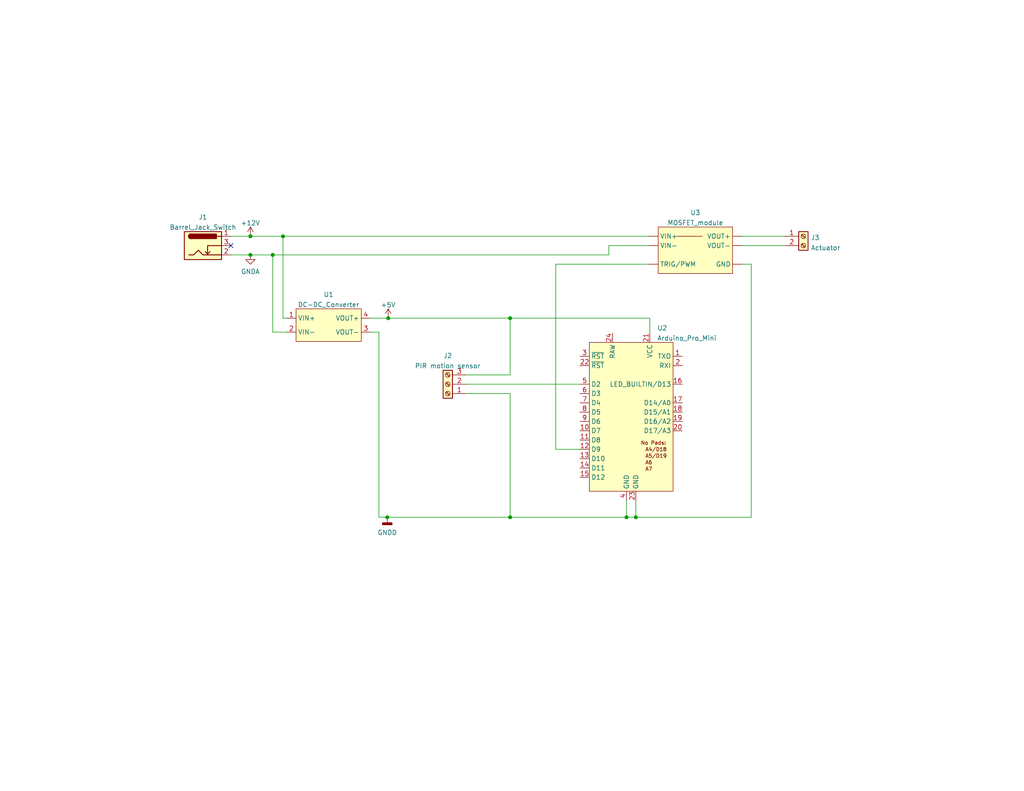
<source format=kicad_sch>
(kicad_sch (version 20211123) (generator eeschema)
  (paper "USLetter")
  (title_block (title "Coffin Knocker Controller") (company "Hayward Haunter") (comment 1 "As implemented for Dragon Vane Cove in October 2023"))
  (lib_symbols
    (symbol "Connector:Barrel_Jack_Switch" (pin_names hide)
      (property "Reference" "J" (at 0 5.334 0))
      (property "Value" "Barrel_Jack_Switch" (at 0 -5.08 0))
      (symbol "Barrel_Jack_Switch_0_1"
        (rectangle (start -5.08 3.81) (end 5.08 -3.81) (stroke (width 0.254)) (fill (type background)))
        (arc (start -3.302 3.175) (mid -3.937 2.54) (end -3.302 1.905) (stroke (width 0.254)))
        (arc (start -3.302 3.175) (mid -3.937 2.54) (end -3.302 1.905) (stroke (width 0.254)) (fill (type outline)))
        (polyline (pts (xy 1.27 -2.286) (xy 1.905 -1.651)) (stroke (width 0.254)))
        (polyline (pts (xy 5.08 2.54) (xy 3.81 2.54)) (stroke (width 0.254)))
        (polyline (pts (xy 5.08 0) (xy 1.27 0) (xy 1.27 -2.286) (xy 0.635 -1.651)) (stroke (width 0.254)))
        (polyline (pts (xy -3.81 -2.54) (xy -2.54 -2.54) (xy -1.27 -1.27) (xy 0 -2.54) (xy 2.54 -2.54) (xy 5.08 -2.54)) (stroke (width 0.254)))
        (rectangle (start 3.683 3.175) (end -3.302 1.905) (stroke (width 0.254)) (fill (type outline)))
      )
      (symbol "Barrel_Jack_Switch_1_1"
        (pin passive line (at 7.62 2.54 180) (length 2.54) (name "~") (number "1"))
        (pin passive line (at 7.62 -2.54 180) (length 2.54) (name "~") (number "2"))
        (pin passive line (at 7.62 0 180) (length 2.54) (name "~") (number "3"))
      )
    )
    (symbol "Connector:Screw_Terminal_01x02" (pin_names (offset 1.016) hide)
      (property "Reference" "J" (at 0 2.54 0))
      (property "Value" "Screw_Terminal_01x02" (at 0 -5.08 0))
      (symbol "Screw_Terminal_01x02_1_1"
        (rectangle (start -1.27 1.27) (end 1.27 -3.81) (stroke (width 0.254)) (fill (type background)))
        (circle (center 0 -2.54) (radius 0.635) (stroke (width 0.1524)))
        (polyline (pts (xy -0.5334 -2.2098) (xy 0.3302 -3.048)) (stroke (width 0.1524)))
        (polyline (pts (xy -0.5334 0.3302) (xy 0.3302 -0.508)) (stroke (width 0.1524)))
        (polyline (pts (xy -0.3556 -2.032) (xy 0.508 -2.8702)) (stroke (width 0.1524)))
        (polyline (pts (xy -0.3556 0.508) (xy 0.508 -0.3302)) (stroke (width 0.1524)))
        (circle (center 0 0) (radius 0.635) (stroke (width 0.1524)))
        (pin passive line (at -5.08 0 0) (length 3.81) (name "Pin_1") (number "1"))
        (pin passive line (at -5.08 -2.54 0) (length 3.81) (name "Pin_2") (number "2"))
      )
    )
    (symbol "Connector:Screw_Terminal_01x03" (pin_names (offset 1.016) hide)
      (property "Reference" "J" (at 0 5.08 0))
      (property "Value" "Screw_Terminal_01x03" (at 0 -5.08 0))
      (symbol "Screw_Terminal_01x03_1_1"
        (rectangle (start -1.27 3.81) (end 1.27 -3.81) (stroke (width 0.254)) (fill (type background)))
        (circle (center 0 -2.54) (radius 0.635) (stroke (width 0.1524)))
        (polyline (pts (xy -0.5334 -2.2098) (xy 0.3302 -3.048)) (stroke (width 0.1524)))
        (polyline (pts (xy -0.5334 0.3302) (xy 0.3302 -0.508)) (stroke (width 0.1524)))
        (polyline (pts (xy -0.5334 2.8702) (xy 0.3302 2.032)) (stroke (width 0.1524)))
        (polyline (pts (xy -0.3556 -2.032) (xy 0.508 -2.8702)) (stroke (width 0.1524)))
        (polyline (pts (xy -0.3556 0.508) (xy 0.508 -0.3302)) (stroke (width 0.1524)))
        (polyline (pts (xy -0.3556 3.048) (xy 0.508 2.2098)) (stroke (width 0.1524)))
        (circle (center 0 0) (radius 0.635) (stroke (width 0.1524)))
        (circle (center 0 2.54) (radius 0.635) (stroke (width 0.1524)))
        (pin passive line (at -5.08 2.54 0) (length 3.81) (name "Pin_1") (number "1"))
        (pin passive line (at -5.08 0 0) (length 3.81) (name "Pin_2") (number "2"))
        (pin passive line (at -5.08 -2.54 0) (length 3.81) (name "Pin_3") (number "3"))
      )
    )
    (symbol "aid_Modules:Arduino_Pro_Mini"
      (property "Reference" "U?" (at 2.54 -21.59 0))
      (property "Value" "Arduino_Pro_Mini" (at 2.54 -24.13 0))
      (symbol "Arduino_Pro_Mini_0_0"
        (text "A4/D18" (at 3.81 -8.89 0) (effects (font (size 1 1)) (justify left)))
        (text "A5/D19" (at 3.81 -10.668 0) (effects (font (size 1 1)) (justify left)))
        (text "A6" (at 3.81 -12.446 0) (effects (font (size 1 1)) (justify left)))
        (text "A7" (at 3.81 -14.224 0) (effects (font (size 1 1)) (justify left)))
        (text "No Pads:" (at 6.096 -7.112 0) (effects (font (size 1 1))))
        (pin bidirectional line (at -13.97 -3.81 0) (length 2.54) (name "D7") (number "10"))
        (pin bidirectional line (at -13.97 -6.35 0) (length 2.54) (name "D8") (number "11"))
        (pin bidirectional line (at -13.97 -8.89 0) (length 2.54) (name "D9") (number "12"))
        (pin bidirectional line (at -13.97 -11.43 0) (length 2.54) (name "D10") (number "13"))
        (pin bidirectional line (at -13.97 -13.97 0) (length 2.54) (name "D11") (number "14"))
        (pin bidirectional line (at -13.97 -16.51 0) (length 2.54) (name "D12") (number "15"))
        (pin bidirectional line (at 13.97 8.89 180) (length 2.54) (name "LED_BUILTIN/D13") (number "16"))
        (pin bidirectional line (at 13.97 3.81 180) (length 2.54) (name "D14/A0") (number "17"))
        (pin bidirectional line (at 13.97 1.27 180) (length 2.54) (name "D15/A1") (number "18"))
        (pin bidirectional line (at 13.97 -1.27 180) (length 2.54) (name "D16/A2") (number "19"))
        (pin bidirectional line (at 13.97 -3.81 180) (length 2.54) (name "D17/A3") (number "20"))
        (pin power_out line (at 5.08 22.86 270) (length 2.54) (name "VCC") (number "21"))
        (pin unspecified line (at -13.97 13.97 0) (length 2.54) (name "~{RST}") (number "22"))
        (pin power_out line (at 1.27 -22.86 90) (length 2.54) (name "GND") (number "23"))
        (pin power_in line (at -5.08 22.86 270) (length 2.54) (name "RAW") (number "24"))
        (pin bidirectional line (at -13.97 6.35 0) (length 2.54) (name "D3") (number "6"))
        (pin bidirectional line (at -13.97 3.81 0) (length 2.54) (name "D4") (number "7"))
        (pin bidirectional line (at -13.97 1.27 0) (length 2.54) (name "D5") (number "8"))
        (pin bidirectional line (at -13.97 -1.27 0) (length 2.54) (name "D6") (number "9"))
      )
      (symbol "Arduino_Pro_Mini_0_1"
        (rectangle (start -11.43 20.32) (end 11.43 -20.32) (stroke (width 0.1524)) (fill (type background)))
      )
      (symbol "Arduino_Pro_Mini_1_1"
        (pin output line (at 13.97 16.51 180) (length 2.54) (name "TXO") (number "1"))
        (pin input line (at 13.97 13.97 180) (length 2.54) (name "RXI") (number "2"))
        (pin unspecified line (at -13.97 16.51 0) (length 2.54) (name "~{RST}") (number "3"))
        (pin power_in line (at -1.27 -22.86 90) (length 2.54) (name "GND") (number "4"))
        (pin bidirectional line (at -13.97 8.89 0) (length 2.54) (name "D2") (number "5"))
      )
    )
    (symbol "aid_Modules:DC-DC_Converter"
      (property "Reference" "U" (at 0 3.81 0))
      (property "Value" "DC-DC_Converter" (at 0 6.35 0))
      (symbol "DC-DC_Converter_0_1"
        (rectangle (start -8.89 2.54) (end 8.89 -6.35) (stroke (width 0.1524)) (fill (type background)))
      )
      (symbol "DC-DC_Converter_1_1"
        (pin power_in line (at -11.43 0 0) (length 2.54) (name "VIN+") (number "1"))
        (pin power_in line (at -11.43 -3.81 0) (length 2.54) (name "VIN-") (number "2"))
        (pin power_in line (at 11.43 -3.81 180) (length 2.54) (name "VOUT-") (number "3"))
        (pin power_in line (at 11.43 0 180) (length 2.54) (name "VOUT+") (number "4"))
      )
    )
    (symbol "aid_Modules:MOSFET_module"
      (property "Reference" "U" (at 0 0 0))
      (property "Value" "MOSFET_module" (at 7.62 -17.78 0))
      (symbol "MOSFET_module_0_1"
        (rectangle (start -10.16 -2.54) (end 10.16 -15.24) (stroke (width 0.1524)) (fill (type background)))
        (polyline (pts (xy -5.08 -5.08) (xy 1.905 -5.08)) (stroke (width 0.1524)))
      )
      (symbol "MOSFET_module_1_1"
        (pin input line (at 12.7 -12.7 180) (length 2.54) (name "GND") (number ""))
        (pin input line (at -12.7 -12.7 0) (length 2.54) (name "TRIG/PWM") (number ""))
        (pin passive line (at -12.7 -5.08 0) (length 2.54) (name "VIN+") (number ""))
        (pin passive line (at -12.7 -7.62 0) (length 2.54) (name "VIN-") (number ""))
        (pin passive line (at 12.7 -5.08 180) (length 2.54) (name "VOUT+") (number ""))
        (pin passive line (at 12.7 -7.62 180) (length 2.54) (name "VOUT-") (number ""))
      )
    )
    (symbol "power:+12V" (power) (pin_names (offset 0))
      (property "Value" "+12V" (at 0 3.556 0))
      (symbol "+12V_0_1"
        (polyline (pts (xy -0.762 1.27) (xy 0 2.54)))
        (polyline (pts (xy 0 0) (xy 0 2.54)))
        (polyline (pts (xy 0 2.54) (xy 0.762 1.27)))
      )
      (symbol "+12V_1_1"
        (pin power_in line (at 0 0 90) (length 0) hide (name "+12V") (number "1"))
      )
    )
    (symbol "power:+5V" (power) (pin_names (offset 0))
      (property "Value" "+5V" (at 0 3.556 0))
      (symbol "+5V_0_1"
        (polyline (pts (xy -0.762 1.27) (xy 0 2.54)))
        (polyline (pts (xy 0 0) (xy 0 2.54)))
        (polyline (pts (xy 0 2.54) (xy 0.762 1.27)))
      )
      (symbol "+5V_1_1"
        (pin power_in line (at 0 0 90) (length 0) hide (name "+5V") (number "1"))
      )
    )
    (symbol "power:GNDA" (power) (pin_names (offset 0))
      (property "Value" "GNDA" (at 0 -3.81 0))
      (symbol "GNDA_0_1"
        (polyline (pts (xy 0 0) (xy 0 -1.27) (xy 1.27 -1.27) (xy 0 -2.54) (xy -1.27 -1.27) (xy 0 -1.27)))
      )
      (symbol "GNDA_1_1"
        (pin power_in line (at 0 0 270) (length 0) hide (name "GNDA") (number "1"))
      )
    )
    (symbol "power:GNDD" (power) (pin_names (offset 0))
      (property "Value" "GNDD" (at 0 -3.175 0))
      (symbol "GNDD_0_1"
        (rectangle (start -1.27 -1.524) (end 1.27 -2.032) (stroke (width 0.254)) (fill (type outline)))
        (polyline (pts (xy 0 0) (xy 0 -1.524)))
      )
      (symbol "GNDD_1_1"
        (pin power_in line (at 0 0 270) (length 0) hide (name "GNDD") (number "1"))
      )
    )
  )
  (junction (at 77.216 64.516))
  (junction (at 105.664 141.224))
  (junction (at 139.192 86.868))
  (junction (at 139.192 141.224))
  (junction (at 173.482 141.224))
  (junction (at 105.918 86.868))
  (junction (at 74.422 69.596))
  (junction (at 68.326 64.516))
  (junction (at 170.942 141.224))
  (junction (at 68.326 69.596))
  (no_connect (at 62.992 67.056))
  (wire (pts (xy 202.438 64.516) (xy 214.122 64.516)))
  (wire (pts (xy 139.192 107.442) (xy 139.192 141.224)))
  (wire (pts (xy 62.992 64.516) (xy 68.326 64.516)))
  (wire (pts (xy 77.216 86.868) (xy 77.216 64.516)))
  (wire (pts (xy 78.232 86.868) (xy 77.216 86.868)))
  (wire (pts (xy 170.942 136.652) (xy 170.942 141.224)))
  (wire (pts (xy 177.292 86.868) (xy 139.192 86.868)))
  (wire (pts (xy 158.242 122.682) (xy 151.638 122.682)))
  (wire (pts (xy 103.378 90.678) (xy 103.378 141.224)))
  (wire (pts (xy 74.422 90.678) (xy 74.422 69.596)))
  (wire (pts (xy 105.918 86.868) (xy 139.192 86.868)))
  (wire (pts (xy 78.232 90.678) (xy 74.422 90.678)))
  (wire (pts (xy 62.992 69.596) (xy 68.326 69.596)))
  (wire (pts (xy 103.378 141.224) (xy 105.664 141.224)))
  (wire (pts (xy 127.254 102.362) (xy 139.192 102.362)))
  (wire (pts (xy 177.038 72.136) (xy 151.638 72.136)))
  (wire (pts (xy 101.092 86.868) (xy 105.918 86.868)))
  (wire (pts (xy 177.038 67.056) (xy 166.116 67.056)))
  (wire (pts (xy 158.242 104.902) (xy 127.254 104.902)))
  (wire (pts (xy 173.482 136.652) (xy 173.482 141.224)))
  (wire (pts (xy 127.254 107.442) (xy 139.192 107.442)))
  (wire (pts (xy 77.216 64.516) (xy 177.038 64.516)))
  (wire (pts (xy 173.482 141.224) (xy 204.978 141.224)))
  (wire (pts (xy 202.438 72.136) (xy 204.978 72.136)))
  (wire (pts (xy 170.942 141.224) (xy 173.482 141.224)))
  (wire (pts (xy 202.438 67.056) (xy 214.122 67.056)))
  (wire (pts (xy 139.192 86.868) (xy 139.192 102.362)))
  (wire (pts (xy 68.326 69.596) (xy 74.422 69.596)))
  (wire (pts (xy 105.664 141.224) (xy 139.192 141.224)))
  (wire (pts (xy 74.422 69.596) (xy 166.116 69.596)))
  (wire (pts (xy 101.092 90.678) (xy 103.378 90.678)))
  (wire (pts (xy 68.326 64.516) (xy 77.216 64.516)))
  (wire (pts (xy 139.192 141.224) (xy 170.942 141.224)))
  (wire (pts (xy 166.116 67.056) (xy 166.116 69.596)))
  (wire (pts (xy 151.638 72.136) (xy 151.638 122.682)))
  (wire (pts (xy 204.978 72.136) (xy 204.978 141.224)))
  (wire (pts (xy 177.292 86.868) (xy 177.292 90.932)))
  (symbol (lib_id "power:+12V") (at 68.326 64.516 0) (unit 1)
    (property "Reference" "#PWR01" (effects hide))
    (property "Value" "+12V" (at 68.326 60.9115 0))
  )
  (symbol (lib_id "power:GNDD") (at 105.664 141.224 0) (unit 1)
    (property "Reference" "#PWR03" (effects hide))
    (property "Value" "GNDD" (at 105.664 145.4055 0))
  )
  (symbol (lib_id "aid_Modules:MOSFET_module") (at 189.738 59.436 0) (unit 1)
    (property "Reference" "U3" (at 189.738 58.0603 0))
    (property "Value" "MOSFET_module" (at 189.738 60.8354 0))
  )
  (symbol (lib_id "Connector:Barrel_Jack_Switch") (at 55.372 67.056 0) (unit 1)
    (property "Reference" "J1" (at 55.372 59.2795 0))
    (property "Value" "Barrel_Jack_Switch" (at 55.372 62.0546 0))
  )
  (symbol (lib_id "aid_Modules:DC-DC_Converter") (at 89.662 86.868 0) (unit 1)
    (property "Reference" "U1" (at 89.662 80.4123 0))
    (property "Value" "DC-DC_Converter" (at 89.662 83.1874 0))
  )
  (symbol (lib_id "power:GNDA") (at 68.326 69.596 0) (unit 1)
    (property "Reference" "#PWR02" (effects hide))
    (property "Value" "GNDA" (at 68.326 74.1585 0))
  )
  (symbol (lib_id "Connector:Screw_Terminal_01x02") (at 219.202 64.516 0) (unit 1)
    (property "Reference" "J3" (at 221.234 64.8775 0) (effects (justify left)))
    (property "Value" "Actuator" (at 221.234 67.6526 0) (effects (justify left)))
  )
  (symbol (lib_id "aid_Modules:Arduino_Pro_Mini") (at 172.212 113.792 0) (unit 1)
    (property "Reference" "U2" (at 179.3114 89.5563 0) (effects (justify left)))
    (property "Value" "Arduino_Pro_Mini" (at 179.3114 92.3314 0) (effects (justify left)))
    (property "Footprint" "aid_Modules:Arduino_Pro_Mini" (effects hide))
  )
  (symbol (lib_id "Connector:Screw_Terminal_01x03") (at 122.174 104.902 180) (unit 1)
    (property "Reference" "J2" (at 122.174 97.1255 0))
    (property "Value" "PIR motion sensor" (at 122.174 99.9006 0))
  )
  (symbol (lib_id "power:+5V") (at 105.918 86.868 0) (unit 1)
    (property "Reference" "#PWR04" (effects hide))
    (property "Value" "+5V" (at 105.918 83.2635 0))
  )
)
</source>
